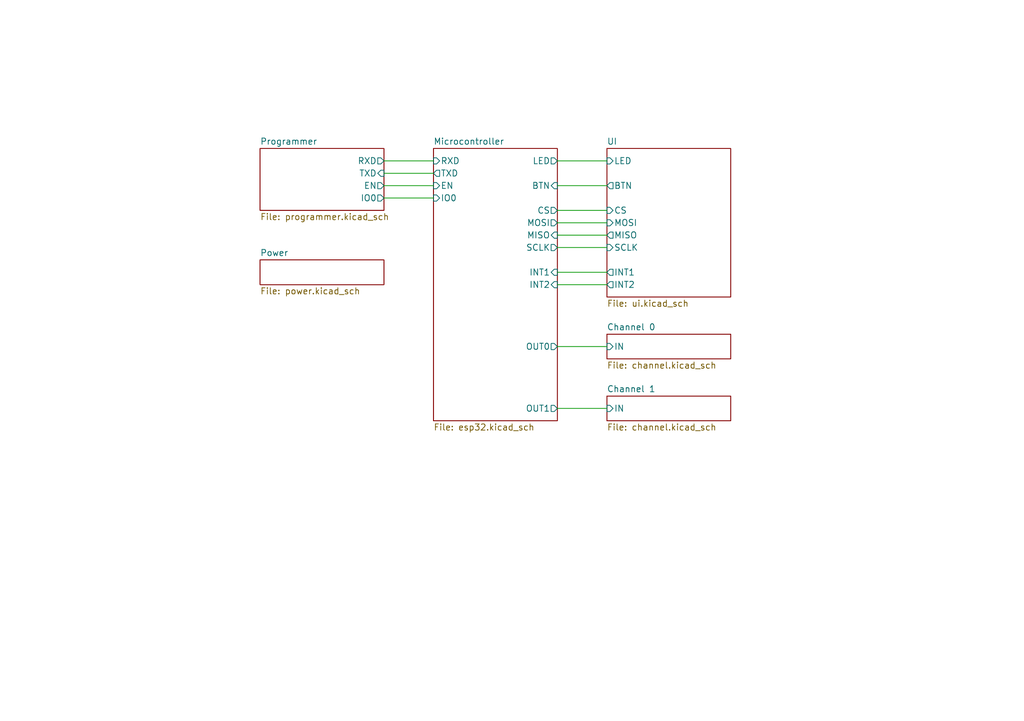
<source format=kicad_sch>
(kicad_sch (version 20230121) (generator eeschema)
  (paper "A5")
  (lib_symbols)
  (wire (pts (xy 114.3 50.8) (xy 124.46 50.8)))
  (wire (pts (xy 78.74 38.1) (xy 88.9 38.1)))
  (wire (pts (xy 78.74 35.56) (xy 88.9 35.56)))
  (wire (pts (xy 78.74 40.64) (xy 88.9 40.64)))
  (wire (pts (xy 114.3 58.42) (xy 124.46 58.42)))
  (wire (pts (xy 114.3 83.82) (xy 124.46 83.82)))
  (wire (pts (xy 114.3 33.02) (xy 124.46 33.02)))
  (wire (pts (xy 114.3 45.72) (xy 124.46 45.72)))
  (wire (pts (xy 114.3 55.88) (xy 124.46 55.88)))
  (wire (pts (xy 78.74 33.02) (xy 88.9 33.02)))
  (wire (pts (xy 114.3 71.12) (xy 124.46 71.12)))
  (wire (pts (xy 114.3 48.26) (xy 124.46 48.26)))
  (wire (pts (xy 114.3 38.1) (xy 124.46 38.1)))
  (wire (pts (xy 114.3 43.18) (xy 124.46 43.18)))
  (sheet (at 53.34 53.34) (size 25.4 5.08) (stroke (width 0.1524))
    (property "Sheetname" "Power" (at 53.34 52.6284 0) (effects (justify left bottom)))
    (property "Sheetfile" "power.kicad_sch" (at 53.34 59.0046 0) (effects (justify left top)))
  )
  (sheet (at 124.46 30.48) (size 25.4 30.48) (stroke (width 0.1524))
    (property "Sheetname" "UI" (at 124.46 29.7684 0) (effects (justify left bottom)))
    (property "Sheetfile" "ui.kicad_sch" (at 124.46 61.5446 0) (effects (justify left top)))
    (pin "LED" input (at 124.46 33.02 180))
    (pin "CS" input (at 124.46 43.18 180))
    (pin "SCLK" input (at 124.46 50.8 180))
    (pin "MISO" output (at 124.46 48.26 180))
    (pin "MOSI" input (at 124.46 45.72 180))
    (pin "BTN" output (at 124.46 38.1 180))
    (pin "INT2" output (at 124.46 58.42 180))
    (pin "INT1" output (at 124.46 55.88 180))
  )
  (sheet (at 124.46 68.58) (size 25.4 5.08) (stroke (width 0.1524))
    (property "Sheetname" "Channel 0" (at 124.46 67.8684 0) (effects (justify left bottom)))
    (property "Sheetfile" "channel.kicad_sch" (at 124.46 74.2446 0) (effects (justify left top)))
    (pin "IN" input (at 124.46 71.12 180))
  )
  (sheet (at 124.46 81.28) (size 25.4 5.08) (stroke (width 0.1524))
    (property "Sheetname" "Channel 1" (at 124.46 80.5684 0) (effects (justify left bottom)))
    (property "Sheetfile" "channel.kicad_sch" (at 124.46 86.9446 0) (effects (justify left top)))
    (pin "IN" input (at 124.46 83.82 180))
  )
  (sheet (at 88.9 30.48) (size 25.4 55.88) (stroke (width 0.1524))
    (property "Sheetname" "Microcontroller" (at 88.9 29.7684 0) (effects (justify left bottom)))
    (property "Sheetfile" "esp32.kicad_sch" (at 88.9 86.9446 0) (effects (justify left top)))
    (pin "EN" input (at 88.9 38.1 180))
    (pin "IO0" input (at 88.9 40.64 180))
    (pin "TXD" output (at 88.9 35.56 180))
    (pin "RXD" input (at 88.9 33.02 180))
    (pin "OUT0" output (at 114.3 71.12 0))
    (pin "OUT1" output (at 114.3 83.82 0))
    (pin "LED" output (at 114.3 33.02 0))
    (pin "BTN" input (at 114.3 38.1 0))
    (pin "CS" output (at 114.3 43.18 0))
    (pin "MOSI" output (at 114.3 45.72 0))
    (pin "MISO" input (at 114.3 48.26 0))
    (pin "SCLK" output (at 114.3 50.8 0))
    (pin "INT1" input (at 114.3 55.88 0))
    (pin "INT2" input (at 114.3 58.42 0))
  )
  (sheet (at 53.34 30.48) (size 25.4 12.7) (stroke (width 0.1524))
    (property "Sheetname" "Programmer" (at 53.34 29.7684 0) (effects (justify left bottom)))
    (property "Sheetfile" "programmer.kicad_sch" (at 53.34 43.7646 0) (effects (justify left top)))
    (pin "TXD" input (at 78.74 35.56 0))
    (pin "RXD" output (at 78.74 33.02 0))
    (pin "IO0" output (at 78.74 40.64 0))
    (pin "EN" output (at 78.74 38.1 0))
  )
)
</source>
